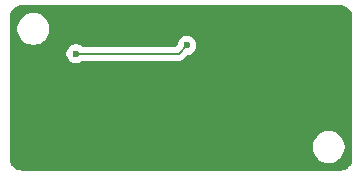
<source format=gbr>
%TF.GenerationSoftware,KiCad,Pcbnew,9.0.2*%
%TF.CreationDate,2025-06-09T11:48:46-05:00*%
%TF.ProjectId,ICEBATS384,49434542-4154-4533-9338-342e6b696361,rev?*%
%TF.SameCoordinates,Original*%
%TF.FileFunction,Copper,L2,Inr*%
%TF.FilePolarity,Positive*%
%FSLAX46Y46*%
G04 Gerber Fmt 4.6, Leading zero omitted, Abs format (unit mm)*
G04 Created by KiCad (PCBNEW 9.0.2) date 2025-06-09 11:48:46*
%MOMM*%
%LPD*%
G01*
G04 APERTURE LIST*
%TA.AperFunction,ViaPad*%
%ADD10C,0.250000*%
%TD*%
%TA.AperFunction,ViaPad*%
%ADD11C,0.600000*%
%TD*%
%TA.AperFunction,Conductor*%
%ADD12C,0.200000*%
%TD*%
G04 APERTURE END LIST*
D10*
%TO.N,+3V3*%
X30300000Y-42100000D03*
D11*
%TO.N,+1V2*%
X40500000Y-36400000D03*
X31100000Y-37100000D03*
%TO.N,+3V3*%
X39700000Y-35000000D03*
X43300000Y-35500000D03*
X51800000Y-36000000D03*
X49700000Y-43000000D03*
X46200000Y-46000000D03*
X46200000Y-41200000D03*
X46500000Y-34700000D03*
X37300000Y-45500000D03*
X41300000Y-44500000D03*
X38500000Y-43300000D03*
X33600000Y-35200000D03*
%TD*%
D12*
%TO.N,+1V2*%
X39800000Y-37100000D02*
X40500000Y-36400000D01*
X31100000Y-37100000D02*
X39800000Y-37100000D01*
%TD*%
%TA.AperFunction,Conductor*%
%TO.N,+3V3*%
G36*
X53505394Y-33000972D02*
G01*
X53535721Y-33003625D01*
X53662755Y-33014739D01*
X53684035Y-33018491D01*
X53801188Y-33049882D01*
X53831369Y-33057969D01*
X53851681Y-33065362D01*
X53989915Y-33129822D01*
X54008633Y-33140629D01*
X54133582Y-33228119D01*
X54150140Y-33242013D01*
X54257986Y-33349859D01*
X54271880Y-33366417D01*
X54359370Y-33491366D01*
X54370177Y-33510084D01*
X54434637Y-33648318D01*
X54442030Y-33668630D01*
X54481507Y-33815961D01*
X54485260Y-33837246D01*
X54499028Y-33994605D01*
X54499500Y-34005413D01*
X54499500Y-45994586D01*
X54499028Y-46005393D01*
X54499028Y-46005394D01*
X54485260Y-46162753D01*
X54481507Y-46184038D01*
X54442030Y-46331369D01*
X54434637Y-46351681D01*
X54370177Y-46489915D01*
X54359370Y-46508633D01*
X54271880Y-46633582D01*
X54257986Y-46650140D01*
X54150140Y-46757986D01*
X54133582Y-46771880D01*
X54008633Y-46859370D01*
X53989915Y-46870177D01*
X53851681Y-46934637D01*
X53831369Y-46942030D01*
X53684038Y-46981507D01*
X53662753Y-46985260D01*
X53505395Y-46999028D01*
X53494587Y-46999500D01*
X26505413Y-46999500D01*
X26494605Y-46999028D01*
X26337246Y-46985260D01*
X26315961Y-46981507D01*
X26168630Y-46942030D01*
X26148318Y-46934637D01*
X26010084Y-46870177D01*
X25991366Y-46859370D01*
X25866417Y-46771880D01*
X25849859Y-46757986D01*
X25742013Y-46650140D01*
X25728119Y-46633582D01*
X25640629Y-46508633D01*
X25629822Y-46489915D01*
X25565362Y-46351681D01*
X25557969Y-46331369D01*
X25518492Y-46184038D01*
X25514739Y-46162752D01*
X25514065Y-46155051D01*
X25500972Y-46005393D01*
X25500500Y-45994586D01*
X25500500Y-44893713D01*
X51149500Y-44893713D01*
X51149500Y-45106286D01*
X51182753Y-45316239D01*
X51248444Y-45518414D01*
X51344951Y-45707820D01*
X51469890Y-45879786D01*
X51620213Y-46030109D01*
X51792179Y-46155048D01*
X51792181Y-46155049D01*
X51792184Y-46155051D01*
X51981588Y-46251557D01*
X52183757Y-46317246D01*
X52393713Y-46350500D01*
X52393714Y-46350500D01*
X52606286Y-46350500D01*
X52606287Y-46350500D01*
X52816243Y-46317246D01*
X53018412Y-46251557D01*
X53207816Y-46155051D01*
X53240754Y-46131120D01*
X53379786Y-46030109D01*
X53379788Y-46030106D01*
X53379792Y-46030104D01*
X53530104Y-45879792D01*
X53530106Y-45879788D01*
X53530109Y-45879786D01*
X53655048Y-45707820D01*
X53655047Y-45707820D01*
X53655051Y-45707816D01*
X53751557Y-45518412D01*
X53817246Y-45316243D01*
X53850500Y-45106287D01*
X53850500Y-44893713D01*
X53817246Y-44683757D01*
X53751557Y-44481588D01*
X53655051Y-44292184D01*
X53655049Y-44292181D01*
X53655048Y-44292179D01*
X53530109Y-44120213D01*
X53379786Y-43969890D01*
X53207820Y-43844951D01*
X53018414Y-43748444D01*
X53018413Y-43748443D01*
X53018412Y-43748443D01*
X52816243Y-43682754D01*
X52816241Y-43682753D01*
X52816240Y-43682753D01*
X52654957Y-43657208D01*
X52606287Y-43649500D01*
X52393713Y-43649500D01*
X52345042Y-43657208D01*
X52183760Y-43682753D01*
X51981585Y-43748444D01*
X51792179Y-43844951D01*
X51620213Y-43969890D01*
X51469890Y-44120213D01*
X51344951Y-44292179D01*
X51248444Y-44481585D01*
X51182753Y-44683760D01*
X51149500Y-44893713D01*
X25500500Y-44893713D01*
X25500500Y-37021153D01*
X30299500Y-37021153D01*
X30299500Y-37178846D01*
X30330261Y-37333489D01*
X30330264Y-37333501D01*
X30390602Y-37479172D01*
X30390609Y-37479185D01*
X30478210Y-37610288D01*
X30478213Y-37610292D01*
X30589707Y-37721786D01*
X30589711Y-37721789D01*
X30720814Y-37809390D01*
X30720827Y-37809397D01*
X30866498Y-37869735D01*
X30866503Y-37869737D01*
X31021153Y-37900499D01*
X31021156Y-37900500D01*
X31021158Y-37900500D01*
X31178844Y-37900500D01*
X31178845Y-37900499D01*
X31333497Y-37869737D01*
X31479179Y-37809394D01*
X31479185Y-37809390D01*
X31610875Y-37721398D01*
X31677553Y-37700520D01*
X31679766Y-37700500D01*
X39713331Y-37700500D01*
X39713347Y-37700501D01*
X39720943Y-37700501D01*
X39879054Y-37700501D01*
X39879057Y-37700501D01*
X40031785Y-37659577D01*
X40081904Y-37630639D01*
X40168716Y-37580520D01*
X40280520Y-37468716D01*
X40280520Y-37468714D01*
X40290728Y-37458507D01*
X40290729Y-37458504D01*
X40514661Y-37234572D01*
X40575983Y-37201089D01*
X40578150Y-37200638D01*
X40636085Y-37189113D01*
X40733497Y-37169737D01*
X40879179Y-37109394D01*
X41010289Y-37021789D01*
X41121789Y-36910289D01*
X41209394Y-36779179D01*
X41269737Y-36633497D01*
X41300500Y-36478842D01*
X41300500Y-36321158D01*
X41300500Y-36321155D01*
X41300499Y-36321153D01*
X41269738Y-36166510D01*
X41269738Y-36166508D01*
X41269737Y-36166503D01*
X41269735Y-36166498D01*
X41209397Y-36020827D01*
X41209390Y-36020814D01*
X41121789Y-35889711D01*
X41121786Y-35889707D01*
X41010292Y-35778213D01*
X41010288Y-35778210D01*
X40879185Y-35690609D01*
X40879172Y-35690602D01*
X40733501Y-35630264D01*
X40733489Y-35630261D01*
X40578845Y-35599500D01*
X40578842Y-35599500D01*
X40421158Y-35599500D01*
X40421155Y-35599500D01*
X40266510Y-35630261D01*
X40266498Y-35630264D01*
X40120827Y-35690602D01*
X40120814Y-35690609D01*
X39989711Y-35778210D01*
X39989707Y-35778213D01*
X39878213Y-35889707D01*
X39878210Y-35889711D01*
X39790609Y-36020814D01*
X39790602Y-36020827D01*
X39730264Y-36166498D01*
X39730261Y-36166508D01*
X39699361Y-36321850D01*
X39690596Y-36338605D01*
X39686577Y-36357084D01*
X39667831Y-36382125D01*
X39666976Y-36383761D01*
X39665426Y-36385339D01*
X39587582Y-36463182D01*
X39526262Y-36496666D01*
X39499903Y-36499500D01*
X31679766Y-36499500D01*
X31612727Y-36479815D01*
X31610875Y-36478602D01*
X31479185Y-36390609D01*
X31479172Y-36390602D01*
X31333501Y-36330264D01*
X31333489Y-36330261D01*
X31178845Y-36299500D01*
X31178842Y-36299500D01*
X31021158Y-36299500D01*
X31021155Y-36299500D01*
X30866510Y-36330261D01*
X30866498Y-36330264D01*
X30720827Y-36390602D01*
X30720814Y-36390609D01*
X30589711Y-36478210D01*
X30589707Y-36478213D01*
X30478213Y-36589707D01*
X30478210Y-36589711D01*
X30390609Y-36720814D01*
X30390602Y-36720827D01*
X30330264Y-36866498D01*
X30330261Y-36866510D01*
X30299500Y-37021153D01*
X25500500Y-37021153D01*
X25500500Y-34893713D01*
X26149500Y-34893713D01*
X26149500Y-35106286D01*
X26182753Y-35316239D01*
X26248444Y-35518414D01*
X26344951Y-35707820D01*
X26469890Y-35879786D01*
X26620213Y-36030109D01*
X26792179Y-36155048D01*
X26792181Y-36155049D01*
X26792184Y-36155051D01*
X26981588Y-36251557D01*
X27183757Y-36317246D01*
X27393713Y-36350500D01*
X27393714Y-36350500D01*
X27606286Y-36350500D01*
X27606287Y-36350500D01*
X27816243Y-36317246D01*
X28018412Y-36251557D01*
X28207816Y-36155051D01*
X28229789Y-36139086D01*
X28379786Y-36030109D01*
X28379788Y-36030106D01*
X28379792Y-36030104D01*
X28530104Y-35879792D01*
X28530106Y-35879788D01*
X28530109Y-35879786D01*
X28655048Y-35707820D01*
X28655047Y-35707820D01*
X28655051Y-35707816D01*
X28751557Y-35518412D01*
X28817246Y-35316243D01*
X28850500Y-35106287D01*
X28850500Y-34893713D01*
X28817246Y-34683757D01*
X28751557Y-34481588D01*
X28655051Y-34292184D01*
X28655049Y-34292181D01*
X28655048Y-34292179D01*
X28530109Y-34120213D01*
X28379786Y-33969890D01*
X28207820Y-33844951D01*
X28018414Y-33748444D01*
X28018413Y-33748443D01*
X28018412Y-33748443D01*
X27816243Y-33682754D01*
X27816241Y-33682753D01*
X27816240Y-33682753D01*
X27654957Y-33657208D01*
X27606287Y-33649500D01*
X27393713Y-33649500D01*
X27345042Y-33657208D01*
X27183760Y-33682753D01*
X26981585Y-33748444D01*
X26792179Y-33844951D01*
X26620213Y-33969890D01*
X26469890Y-34120213D01*
X26344951Y-34292179D01*
X26248444Y-34481585D01*
X26182753Y-34683760D01*
X26149500Y-34893713D01*
X25500500Y-34893713D01*
X25500500Y-34005413D01*
X25500972Y-33994606D01*
X25506265Y-33934108D01*
X25514739Y-33837240D01*
X25518490Y-33815966D01*
X25557969Y-33668627D01*
X25565362Y-33648318D01*
X25629823Y-33510081D01*
X25640629Y-33491366D01*
X25728119Y-33366417D01*
X25742007Y-33349865D01*
X25849865Y-33242007D01*
X25866417Y-33228119D01*
X25991366Y-33140629D01*
X26010081Y-33129823D01*
X26148320Y-33065361D01*
X26168627Y-33057969D01*
X26315966Y-33018490D01*
X26337242Y-33014739D01*
X26469885Y-33003134D01*
X26494606Y-33000972D01*
X26505413Y-33000500D01*
X26565892Y-33000500D01*
X53434108Y-33000500D01*
X53494587Y-33000500D01*
X53505394Y-33000972D01*
G37*
%TD.AperFunction*%
%TD*%
M02*

</source>
